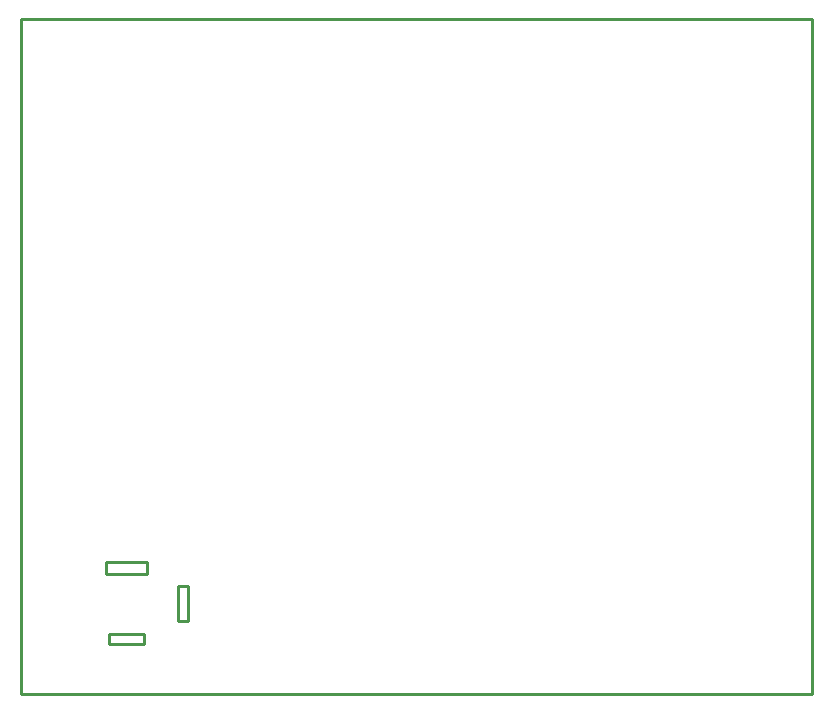
<source format=gbr>
G04 EAGLE Gerber RS-274X export*
G75*
%MOMM*%
%FSLAX34Y34*%
%LPD*%
%IN*%
%IPPOS*%
%AMOC8*
5,1,8,0,0,1.08239X$1,22.5*%
G01*
%ADD10C,0.254000*%


D10*
X-12700Y0D02*
X657100Y0D01*
X657100Y571400D01*
X-12700Y571400D01*
X-12700Y0D01*
X120200Y61200D02*
X128200Y61200D01*
X128200Y91200D01*
X120200Y91200D01*
X120200Y61200D01*
X58700Y101200D02*
X93700Y101200D01*
X93700Y111200D01*
X58700Y111200D01*
X58700Y101200D01*
X61200Y42200D02*
X91200Y42200D01*
X91200Y50200D01*
X61200Y50200D01*
X61200Y42200D01*
M02*

</source>
